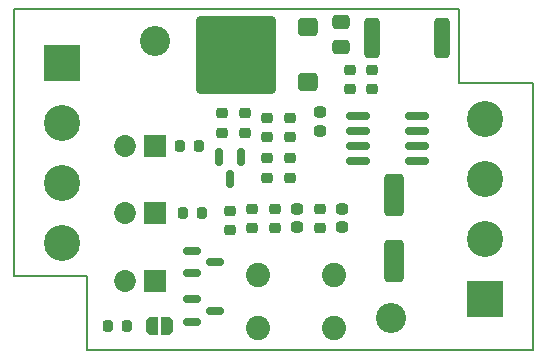
<source format=gts>
G04 #@! TF.GenerationSoftware,KiCad,Pcbnew,7.0.1-3b83917a11~172~ubuntu20.04.1*
G04 #@! TF.CreationDate,2023-04-02T02:43:19+02:00*
G04 #@! TF.ProjectId,C64Saver2,43363453-6176-4657-9232-2e6b69636164,0.1*
G04 #@! TF.SameCoordinates,Original*
G04 #@! TF.FileFunction,Soldermask,Top*
G04 #@! TF.FilePolarity,Negative*
%FSLAX46Y46*%
G04 Gerber Fmt 4.6, Leading zero omitted, Abs format (unit mm)*
G04 Created by KiCad (PCBNEW 7.0.1-3b83917a11~172~ubuntu20.04.1) date 2023-04-02 02:43:19*
%MOMM*%
%LPD*%
G01*
G04 APERTURE LIST*
G04 Aperture macros list*
%AMRoundRect*
0 Rectangle with rounded corners*
0 $1 Rounding radius*
0 $2 $3 $4 $5 $6 $7 $8 $9 X,Y pos of 4 corners*
0 Add a 4 corners polygon primitive as box body*
4,1,4,$2,$3,$4,$5,$6,$7,$8,$9,$2,$3,0*
0 Add four circle primitives for the rounded corners*
1,1,$1+$1,$2,$3*
1,1,$1+$1,$4,$5*
1,1,$1+$1,$6,$7*
1,1,$1+$1,$8,$9*
0 Add four rect primitives between the rounded corners*
20,1,$1+$1,$2,$3,$4,$5,0*
20,1,$1+$1,$4,$5,$6,$7,0*
20,1,$1+$1,$6,$7,$8,$9,0*
20,1,$1+$1,$8,$9,$2,$3,0*%
%AMFreePoly0*
4,1,35,0.517961,0.767961,0.525400,0.750000,0.525400,-0.750000,0.517961,-0.767961,0.500000,-0.775400,0.000000,-0.775400,-0.012287,-0.770311,-0.071157,-0.770311,-0.078313,-0.769282,-0.214864,-0.729187,-0.221440,-0.726184,-0.341162,-0.649243,-0.346626,-0.644508,-0.439823,-0.536953,-0.443732,-0.530871,-0.502851,-0.401417,-0.504887,-0.394481,-0.525141,-0.253615,-0.525400,-0.250000,-0.525400,0.250000,
-0.525141,0.253615,-0.504887,0.394481,-0.502851,0.401417,-0.443732,0.530871,-0.439823,0.536953,-0.346626,0.644508,-0.341162,0.649243,-0.221440,0.726184,-0.214864,0.729187,-0.078313,0.769282,-0.071157,0.770311,-0.012287,0.770311,0.000000,0.775400,0.500000,0.775400,0.517961,0.767961,0.517961,0.767961,$1*%
%AMFreePoly1*
4,1,35,0.012287,0.770311,0.071157,0.770311,0.078313,0.769282,0.214864,0.729187,0.221440,0.726184,0.341162,0.649243,0.346626,0.644508,0.439823,0.536953,0.443732,0.530871,0.502851,0.401417,0.504887,0.394481,0.525141,0.253615,0.525400,0.250000,0.525400,-0.250000,0.525141,-0.253615,0.504887,-0.394481,0.502851,-0.401417,0.443732,-0.530871,0.439823,-0.536953,0.346626,-0.644508,
0.341162,-0.649243,0.221440,-0.726184,0.214864,-0.729187,0.078313,-0.769282,0.071157,-0.770311,0.012287,-0.770311,0.000000,-0.775400,-0.500000,-0.775400,-0.517961,-0.767961,-0.525400,-0.750000,-0.525400,0.750000,-0.517961,0.767961,-0.500000,0.775400,0.000000,0.775400,0.012287,0.770311,0.012287,0.770311,$1*%
G04 Aperture macros list end*
%ADD10RoundRect,0.175400X-0.825000X-0.150000X0.825000X-0.150000X0.825000X0.150000X-0.825000X0.150000X0*%
%ADD11RoundRect,0.025400X1.500000X-1.500000X1.500000X1.500000X-1.500000X1.500000X-1.500000X-1.500000X0*%
%ADD12C,3.050800*%
%ADD13RoundRect,0.275400X-0.550000X1.500000X-0.550000X-1.500000X0.550000X-1.500000X0.550000X1.500000X0*%
%ADD14C,2.550800*%
%ADD15RoundRect,0.225400X-0.275000X0.200000X-0.275000X-0.200000X0.275000X-0.200000X0.275000X0.200000X0*%
%ADD16RoundRect,0.225400X0.275000X-0.200000X0.275000X0.200000X-0.275000X0.200000X-0.275000X-0.200000X0*%
%ADD17RoundRect,0.025400X-1.500000X1.500000X-1.500000X-1.500000X1.500000X-1.500000X1.500000X1.500000X0*%
%ADD18RoundRect,0.175400X-0.150000X0.587500X-0.150000X-0.587500X0.150000X-0.587500X0.150000X0.587500X0*%
%ADD19FreePoly0,180.000000*%
%ADD20FreePoly1,180.000000*%
%ADD21RoundRect,0.250400X-0.250000X0.225000X-0.250000X-0.225000X0.250000X-0.225000X0.250000X0.225000X0*%
%ADD22RoundRect,0.175400X-0.587500X-0.150000X0.587500X-0.150000X0.587500X0.150000X-0.587500X0.150000X0*%
%ADD23RoundRect,0.025400X0.900000X0.900000X-0.900000X0.900000X-0.900000X-0.900000X0.900000X-0.900000X0*%
%ADD24C,1.850800*%
%ADD25RoundRect,0.225400X-0.200000X-0.275000X0.200000X-0.275000X0.200000X0.275000X-0.200000X0.275000X0*%
%ADD26RoundRect,0.225400X0.200000X0.275000X-0.200000X0.275000X-0.200000X-0.275000X0.200000X-0.275000X0*%
%ADD27RoundRect,0.275400X-0.450000X0.325000X-0.450000X-0.325000X0.450000X-0.325000X0.450000X0.325000X0*%
%ADD28RoundRect,0.275401X0.549999X0.499999X-0.549999X0.499999X-0.549999X-0.499999X0.549999X-0.499999X0*%
%ADD29RoundRect,0.275403X3.099997X2.999997X-3.099997X2.999997X-3.099997X-2.999997X3.099997X-2.999997X0*%
%ADD30RoundRect,0.275400X0.362500X1.425000X-0.362500X1.425000X-0.362500X-1.425000X0.362500X-1.425000X0*%
%ADD31C,2.050800*%
G04 #@! TA.AperFunction,Profile*
%ADD32C,0.150000*%
G04 #@! TD*
G04 APERTURE END LIST*
D10*
X169610000Y-92710000D03*
X169610000Y-93980000D03*
X169610000Y-95250000D03*
X169610000Y-96520000D03*
X174560000Y-96520000D03*
X174560000Y-95250000D03*
X174560000Y-93980000D03*
X174560000Y-92710000D03*
D11*
X180340000Y-108204000D03*
D12*
X180340000Y-103124000D03*
X180340000Y-98044000D03*
X180340000Y-92964000D03*
D13*
X172682208Y-99448374D03*
X172682208Y-105048374D03*
D14*
X152405080Y-86357460D03*
X172399960Y-109862620D03*
D15*
X160020000Y-92520000D03*
X160020000Y-94170000D03*
D16*
X161925000Y-97980000D03*
X161925000Y-96330000D03*
D15*
X170815000Y-88837000D03*
X170815000Y-90487000D03*
D17*
X144526000Y-88265000D03*
D12*
X144526000Y-93345000D03*
X144526000Y-98425000D03*
X144526000Y-103505000D03*
D15*
X163830000Y-92901000D03*
X163830000Y-94551000D03*
X160655000Y-100585000D03*
X160655000Y-102235000D03*
D18*
X159700000Y-96217500D03*
X157800000Y-96217500D03*
X158750000Y-98092500D03*
D19*
X153414630Y-110555705D03*
D20*
X152114630Y-110555705D03*
D21*
X168275000Y-100635000D03*
X168275000Y-102185000D03*
D15*
X163830000Y-96330000D03*
X163830000Y-97980000D03*
D22*
X155575000Y-108270000D03*
X155575000Y-110170000D03*
X157450000Y-109220000D03*
D15*
X162560000Y-100585000D03*
X162560000Y-102235000D03*
D23*
X152400000Y-100965000D03*
D24*
X149860000Y-100965000D03*
D15*
X166370000Y-100585000D03*
X166370000Y-102235000D03*
D25*
X148400000Y-110490000D03*
X150050000Y-110490000D03*
D26*
X156400000Y-100965000D03*
X154750000Y-100965000D03*
D27*
X168148000Y-84827000D03*
X168148000Y-86877000D03*
D21*
X164465000Y-100635000D03*
X164465000Y-102185000D03*
D22*
X155575000Y-104145000D03*
X155575000Y-106045000D03*
X157450000Y-105095000D03*
D25*
X154496000Y-95250000D03*
X156146000Y-95250000D03*
D21*
X166370000Y-92430000D03*
X166370000Y-93980000D03*
D15*
X158750000Y-100775000D03*
X158750000Y-102425000D03*
D28*
X165380000Y-89852000D03*
D29*
X159230000Y-87552000D03*
D28*
X165380000Y-85252000D03*
D23*
X152400000Y-95250000D03*
D24*
X149860000Y-95250000D03*
D15*
X158115000Y-92520000D03*
X158115000Y-94170000D03*
D30*
X176698500Y-86106000D03*
X170773500Y-86106000D03*
D23*
X152400000Y-106680000D03*
D24*
X149860000Y-106680000D03*
D15*
X161925000Y-92901000D03*
X161925000Y-94551000D03*
X168910000Y-88837000D03*
X168910000Y-90487000D03*
D31*
X161088000Y-106208000D03*
X167588000Y-106208000D03*
X161088000Y-110708000D03*
X167588000Y-110708000D03*
D32*
X146685000Y-106299000D02*
X140462000Y-106299000D01*
X184404000Y-89916000D02*
X184404000Y-112522000D01*
X140462000Y-106299000D02*
X140462000Y-83693000D01*
X178181000Y-83693000D02*
X178181000Y-89916000D01*
X140462000Y-83693000D02*
X178181000Y-83693000D01*
X184404000Y-112522000D02*
X146685000Y-112522000D01*
X178181000Y-89916000D02*
X184404000Y-89916000D01*
X146685000Y-112522000D02*
X146685000Y-106299000D01*
M02*

</source>
